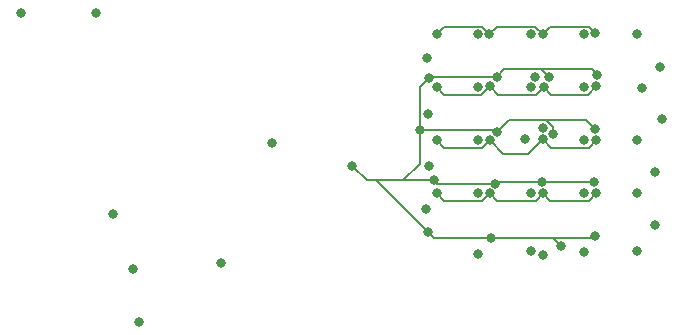
<source format=gbr>
%TF.GenerationSoftware,KiCad,Pcbnew,7.0.7*%
%TF.CreationDate,2023-10-03T17:06:42-05:00*%
%TF.ProjectId,MLX90393_board3,4d4c5839-3033-4393-935f-626f61726433,rev?*%
%TF.SameCoordinates,Original*%
%TF.FileFunction,Copper,L4,Bot*%
%TF.FilePolarity,Positive*%
%FSLAX46Y46*%
G04 Gerber Fmt 4.6, Leading zero omitted, Abs format (unit mm)*
G04 Created by KiCad (PCBNEW 7.0.7) date 2023-10-03 17:06:42*
%MOMM*%
%LPD*%
G01*
G04 APERTURE LIST*
%TA.AperFunction,ViaPad*%
%ADD10C,0.800000*%
%TD*%
%TA.AperFunction,Conductor*%
%ADD11C,0.150000*%
%TD*%
G04 APERTURE END LIST*
D10*
%TO.N,+3.3V*%
X180900000Y-108300000D03*
X145261689Y-123158415D03*
X176016689Y-108248415D03*
X167016689Y-112748415D03*
X167016689Y-117248415D03*
X149561689Y-112958415D03*
X167016689Y-122348415D03*
X176016689Y-122248415D03*
X167016689Y-103748415D03*
X171516689Y-122148415D03*
X167016689Y-108248415D03*
X176016689Y-117248415D03*
X180516689Y-103748415D03*
X180516689Y-122148415D03*
X176016689Y-103748415D03*
X171516689Y-117248415D03*
X180516689Y-117248415D03*
X171516689Y-108248415D03*
X180516689Y-112748415D03*
X128350000Y-102000000D03*
X171516689Y-103748415D03*
X176016689Y-112748415D03*
X170998471Y-112658997D03*
%TO.N,GND*%
X182416689Y-106548415D03*
X172516689Y-122448415D03*
X162600000Y-118600000D03*
X182016689Y-115448415D03*
X138361689Y-128158415D03*
X134700000Y-101950000D03*
X137861689Y-123658415D03*
X162700000Y-105800000D03*
X171890716Y-107375685D03*
X172567646Y-111700281D03*
X162900000Y-114900000D03*
X162800000Y-110500000D03*
X136161689Y-118958415D03*
X182616689Y-110948415D03*
X182016689Y-119948415D03*
%TO.N,SCL_3V*%
X172516689Y-103748415D03*
X163545429Y-112748415D03*
X163545429Y-103748415D03*
X168045429Y-117248415D03*
X168016689Y-103748415D03*
X163545429Y-117248415D03*
X172516689Y-112648415D03*
X172545429Y-117248415D03*
X176962938Y-103669876D03*
X177045429Y-117248415D03*
X177045429Y-108148415D03*
X168045429Y-112748415D03*
X172616689Y-108248415D03*
X163545429Y-108248415D03*
X168024106Y-108148415D03*
X177045429Y-112748415D03*
%TO.N,SDA_3V*%
X163316689Y-116148415D03*
X173365320Y-112222526D03*
X174029928Y-121724959D03*
X162816689Y-120548415D03*
X168651363Y-112017389D03*
X173041320Y-107399155D03*
X176894571Y-116310973D03*
X176977383Y-111801354D03*
X168616689Y-107387986D03*
X162916689Y-107448415D03*
X177129672Y-107202657D03*
X176916689Y-120848415D03*
X162116689Y-111848415D03*
X168186155Y-121062126D03*
X172500000Y-116300000D03*
X168498212Y-116413824D03*
X156416689Y-114948415D03*
%TD*%
D11*
%TO.N,SCL_3V*%
X173170429Y-117873415D02*
X172545429Y-117248415D01*
X177045429Y-112748415D02*
X176420429Y-113373415D01*
X168749106Y-108873415D02*
X168024106Y-108148415D01*
X168045429Y-117248415D02*
X167420429Y-117873415D01*
X168045429Y-112748415D02*
X167420429Y-113373415D01*
X177045429Y-108148415D02*
X176320429Y-108873415D01*
X168024106Y-108148415D02*
X167299106Y-108873415D01*
X172516689Y-103748415D02*
X171891689Y-103123415D01*
X172516689Y-112648415D02*
X171265104Y-113900000D01*
X176416477Y-103123415D02*
X173141689Y-103123415D01*
X171991689Y-108873415D02*
X168749106Y-108873415D01*
X173141689Y-103123415D02*
X172516689Y-103748415D01*
X164170429Y-117873415D02*
X163545429Y-117248415D01*
X167299106Y-108873415D02*
X164170429Y-108873415D01*
X176420429Y-113373415D02*
X173241689Y-113373415D01*
X167391689Y-103123415D02*
X164170429Y-103123415D01*
X171265104Y-113900000D02*
X169197014Y-113900000D01*
X176420429Y-117873415D02*
X173170429Y-117873415D01*
X172616689Y-108248415D02*
X171991689Y-108873415D01*
X173241689Y-113373415D02*
X172516689Y-112648415D01*
X172545429Y-117248415D02*
X171920429Y-117873415D01*
X169197014Y-113900000D02*
X168045429Y-112748415D01*
X177045429Y-117248415D02*
X176420429Y-117873415D01*
X171920429Y-117873415D02*
X168670429Y-117873415D01*
X176320429Y-108873415D02*
X173241689Y-108873415D01*
X176962938Y-103669876D02*
X176416477Y-103123415D01*
X164170429Y-103123415D02*
X163545429Y-103748415D01*
X171891689Y-103123415D02*
X168641689Y-103123415D01*
X167420429Y-117873415D02*
X164170429Y-117873415D01*
X168641689Y-103123415D02*
X168016689Y-103748415D01*
X164170429Y-113373415D02*
X163545429Y-112748415D01*
X168016689Y-103748415D02*
X167391689Y-103123415D01*
X173241689Y-108873415D02*
X172616689Y-108248415D01*
X167420429Y-113373415D02*
X164170429Y-113373415D01*
X168670429Y-117873415D02*
X168045429Y-117248415D01*
X164170429Y-108873415D02*
X163545429Y-108248415D01*
%TO.N,SDA_3V*%
X172616689Y-121062126D02*
X168186155Y-121062126D01*
X163330400Y-121062126D02*
X162816689Y-120548415D01*
X168651363Y-112017389D02*
X169645337Y-111023415D01*
X176894571Y-116310973D02*
X172510973Y-116310973D01*
X168651363Y-112017389D02*
X168496011Y-111862037D01*
X169645337Y-111023415D02*
X172516689Y-111023415D01*
X176199444Y-111023415D02*
X172516689Y-111023415D01*
X173041320Y-107399155D02*
X172392850Y-106750685D01*
X172510973Y-116310973D02*
X172500000Y-116300000D01*
X157816689Y-116148415D02*
X157616689Y-116148415D01*
X177129672Y-107202657D02*
X176677700Y-106750685D01*
X162116689Y-108248415D02*
X162116689Y-111848415D01*
X163316689Y-116148415D02*
X160716689Y-116148415D01*
X176702978Y-121062126D02*
X172616689Y-121062126D01*
X168612036Y-116300000D02*
X168498212Y-116413824D01*
X162130311Y-111862037D02*
X162116689Y-111848415D01*
X173367095Y-121062126D02*
X172616689Y-121062126D01*
X168498212Y-116413824D02*
X163582098Y-116413824D01*
X168186155Y-121062126D02*
X163330400Y-121062126D01*
X158416689Y-116148415D02*
X157816689Y-116148415D01*
X176977383Y-111801354D02*
X176199444Y-111023415D01*
X163582098Y-116413824D02*
X163316689Y-116148415D01*
X176916689Y-120848415D02*
X176702978Y-121062126D01*
X160716689Y-116148415D02*
X157816689Y-116148415D01*
X172500000Y-116300000D02*
X168612036Y-116300000D01*
X162977118Y-107387986D02*
X162916689Y-107448415D01*
X162116689Y-114748415D02*
X160716689Y-116148415D01*
X168616689Y-107387986D02*
X162977118Y-107387986D01*
X174029928Y-121724959D02*
X173367095Y-121062126D01*
X169253990Y-106750685D02*
X168616689Y-107387986D01*
X162816689Y-120548415D02*
X158416689Y-116148415D01*
X176677700Y-106750685D02*
X169253990Y-106750685D01*
X168496011Y-111862037D02*
X162130311Y-111862037D01*
X162916689Y-107448415D02*
X162116689Y-108248415D01*
X162116689Y-111848415D02*
X162116689Y-114748415D01*
X173365320Y-112222526D02*
X173365320Y-111613162D01*
X173365320Y-111613162D02*
X172775573Y-111023415D01*
X172775573Y-111023415D02*
X172516689Y-111023415D01*
X172392850Y-106750685D02*
X169253990Y-106750685D01*
X157616689Y-116148415D02*
X156416689Y-114948415D01*
%TD*%
M02*

</source>
